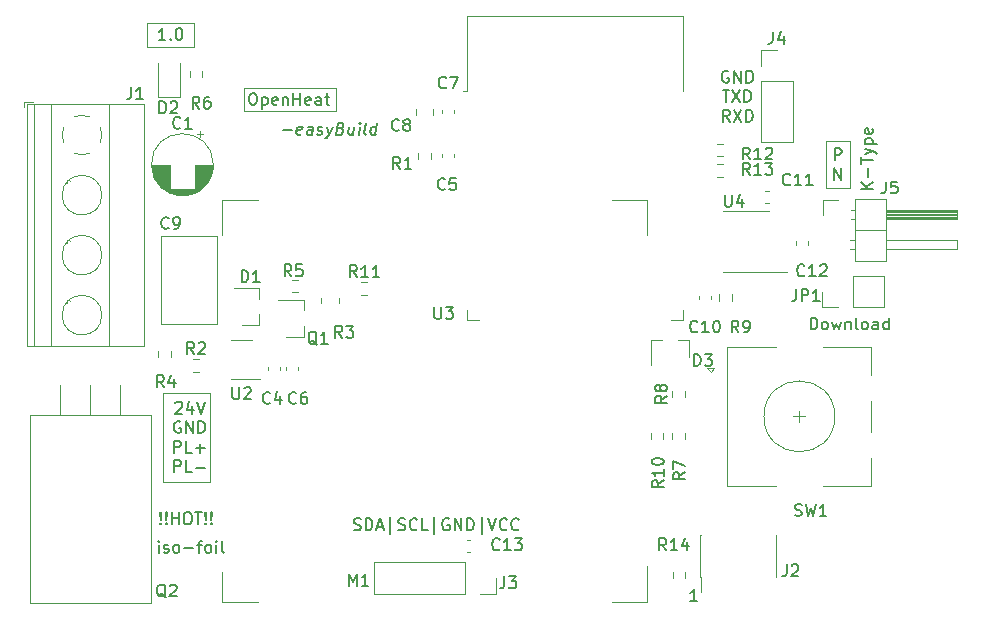
<source format=gbr>
%TF.GenerationSoftware,KiCad,Pcbnew,(5.1.10)-1*%
%TF.CreationDate,2021-10-19T15:37:20+02:00*%
%TF.ProjectId,OpenHeat,4f70656e-4865-4617-942e-6b696361645f,1.0*%
%TF.SameCoordinates,Original*%
%TF.FileFunction,Legend,Top*%
%TF.FilePolarity,Positive*%
%FSLAX46Y46*%
G04 Gerber Fmt 4.6, Leading zero omitted, Abs format (unit mm)*
G04 Created by KiCad (PCBNEW (5.1.10)-1) date 2021-10-19 15:37:20*
%MOMM*%
%LPD*%
G01*
G04 APERTURE LIST*
%ADD10C,0.150000*%
%ADD11C,0.120000*%
G04 APERTURE END LIST*
D10*
X111657142Y-142857142D02*
X111704761Y-142904761D01*
X111657142Y-142952380D01*
X111609523Y-142904761D01*
X111657142Y-142857142D01*
X111657142Y-142952380D01*
X111657142Y-142571428D02*
X111609523Y-142000000D01*
X111657142Y-141952380D01*
X111704761Y-142000000D01*
X111657142Y-142571428D01*
X111657142Y-141952380D01*
X112133333Y-142857142D02*
X112180952Y-142904761D01*
X112133333Y-142952380D01*
X112085714Y-142904761D01*
X112133333Y-142857142D01*
X112133333Y-142952380D01*
X112133333Y-142571428D02*
X112085714Y-142000000D01*
X112133333Y-141952380D01*
X112180952Y-142000000D01*
X112133333Y-142571428D01*
X112133333Y-141952380D01*
X112609523Y-142952380D02*
X112609523Y-141952380D01*
X112609523Y-142428571D02*
X113180952Y-142428571D01*
X113180952Y-142952380D02*
X113180952Y-141952380D01*
X113847619Y-141952380D02*
X114038095Y-141952380D01*
X114133333Y-142000000D01*
X114228571Y-142095238D01*
X114276190Y-142285714D01*
X114276190Y-142619047D01*
X114228571Y-142809523D01*
X114133333Y-142904761D01*
X114038095Y-142952380D01*
X113847619Y-142952380D01*
X113752380Y-142904761D01*
X113657142Y-142809523D01*
X113609523Y-142619047D01*
X113609523Y-142285714D01*
X113657142Y-142095238D01*
X113752380Y-142000000D01*
X113847619Y-141952380D01*
X114561904Y-141952380D02*
X115133333Y-141952380D01*
X114847619Y-142952380D02*
X114847619Y-141952380D01*
X115466666Y-142857142D02*
X115514285Y-142904761D01*
X115466666Y-142952380D01*
X115419047Y-142904761D01*
X115466666Y-142857142D01*
X115466666Y-142952380D01*
X115466666Y-142571428D02*
X115419047Y-142000000D01*
X115466666Y-141952380D01*
X115514285Y-142000000D01*
X115466666Y-142571428D01*
X115466666Y-141952380D01*
X115942857Y-142857142D02*
X115990476Y-142904761D01*
X115942857Y-142952380D01*
X115895238Y-142904761D01*
X115942857Y-142857142D01*
X115942857Y-142952380D01*
X115942857Y-142571428D02*
X115895238Y-142000000D01*
X115942857Y-141952380D01*
X115990476Y-142000000D01*
X115942857Y-142571428D01*
X115942857Y-141952380D01*
X111485714Y-145352380D02*
X111485714Y-144685714D01*
X111485714Y-144352380D02*
X111438095Y-144400000D01*
X111485714Y-144447619D01*
X111533333Y-144400000D01*
X111485714Y-144352380D01*
X111485714Y-144447619D01*
X111914285Y-145304761D02*
X112009523Y-145352380D01*
X112200000Y-145352380D01*
X112295238Y-145304761D01*
X112342857Y-145209523D01*
X112342857Y-145161904D01*
X112295238Y-145066666D01*
X112200000Y-145019047D01*
X112057142Y-145019047D01*
X111961904Y-144971428D01*
X111914285Y-144876190D01*
X111914285Y-144828571D01*
X111961904Y-144733333D01*
X112057142Y-144685714D01*
X112200000Y-144685714D01*
X112295238Y-144733333D01*
X112914285Y-145352380D02*
X112819047Y-145304761D01*
X112771428Y-145257142D01*
X112723809Y-145161904D01*
X112723809Y-144876190D01*
X112771428Y-144780952D01*
X112819047Y-144733333D01*
X112914285Y-144685714D01*
X113057142Y-144685714D01*
X113152380Y-144733333D01*
X113200000Y-144780952D01*
X113247619Y-144876190D01*
X113247619Y-145161904D01*
X113200000Y-145257142D01*
X113152380Y-145304761D01*
X113057142Y-145352380D01*
X112914285Y-145352380D01*
X113676190Y-144971428D02*
X114438095Y-144971428D01*
X114771428Y-144685714D02*
X115152380Y-144685714D01*
X114914285Y-145352380D02*
X114914285Y-144495238D01*
X114961904Y-144400000D01*
X115057142Y-144352380D01*
X115152380Y-144352380D01*
X115628571Y-145352380D02*
X115533333Y-145304761D01*
X115485714Y-145257142D01*
X115438095Y-145161904D01*
X115438095Y-144876190D01*
X115485714Y-144780952D01*
X115533333Y-144733333D01*
X115628571Y-144685714D01*
X115771428Y-144685714D01*
X115866666Y-144733333D01*
X115914285Y-144780952D01*
X115961904Y-144876190D01*
X115961904Y-145161904D01*
X115914285Y-145257142D01*
X115866666Y-145304761D01*
X115771428Y-145352380D01*
X115628571Y-145352380D01*
X116390476Y-145352380D02*
X116390476Y-144685714D01*
X116390476Y-144352380D02*
X116342857Y-144400000D01*
X116390476Y-144447619D01*
X116438095Y-144400000D01*
X116390476Y-144352380D01*
X116390476Y-144447619D01*
X117009523Y-145352380D02*
X116914285Y-145304761D01*
X116866666Y-145209523D01*
X116866666Y-144352380D01*
D11*
X110500000Y-102500000D02*
X110500000Y-100500000D01*
X114500000Y-102500000D02*
X110500000Y-102500000D01*
X114500000Y-100500000D02*
X114500000Y-102500000D01*
X110500000Y-100500000D02*
X114500000Y-100500000D01*
D10*
X112071428Y-101952380D02*
X111500000Y-101952380D01*
X111785714Y-101952380D02*
X111785714Y-100952380D01*
X111690476Y-101095238D01*
X111595238Y-101190476D01*
X111500000Y-101238095D01*
X112500000Y-101857142D02*
X112547619Y-101904761D01*
X112500000Y-101952380D01*
X112452380Y-101904761D01*
X112500000Y-101857142D01*
X112500000Y-101952380D01*
X113166666Y-100952380D02*
X113261904Y-100952380D01*
X113357142Y-101000000D01*
X113404761Y-101047619D01*
X113452380Y-101142857D01*
X113500000Y-101333333D01*
X113500000Y-101571428D01*
X113452380Y-101761904D01*
X113404761Y-101857142D01*
X113357142Y-101904761D01*
X113261904Y-101952380D01*
X113166666Y-101952380D01*
X113071428Y-101904761D01*
X113023809Y-101857142D01*
X112976190Y-101761904D01*
X112928571Y-101571428D01*
X112928571Y-101333333D01*
X112976190Y-101142857D01*
X113023809Y-101047619D01*
X113071428Y-101000000D01*
X113166666Y-100952380D01*
X121995252Y-109571428D02*
X122757157Y-109571428D01*
X123572633Y-109904761D02*
X123471443Y-109952380D01*
X123280967Y-109952380D01*
X123191681Y-109904761D01*
X123155967Y-109809523D01*
X123203586Y-109428571D01*
X123263110Y-109333333D01*
X123364300Y-109285714D01*
X123554776Y-109285714D01*
X123644062Y-109333333D01*
X123679776Y-109428571D01*
X123667872Y-109523809D01*
X123179776Y-109619047D01*
X124471443Y-109952380D02*
X124536919Y-109428571D01*
X124501205Y-109333333D01*
X124411919Y-109285714D01*
X124221443Y-109285714D01*
X124120252Y-109333333D01*
X124477395Y-109904761D02*
X124376205Y-109952380D01*
X124138110Y-109952380D01*
X124048824Y-109904761D01*
X124013110Y-109809523D01*
X124025014Y-109714285D01*
X124084538Y-109619047D01*
X124185729Y-109571428D01*
X124423824Y-109571428D01*
X124525014Y-109523809D01*
X124905967Y-109904761D02*
X124995252Y-109952380D01*
X125185729Y-109952380D01*
X125286919Y-109904761D01*
X125346443Y-109809523D01*
X125352395Y-109761904D01*
X125316681Y-109666666D01*
X125227395Y-109619047D01*
X125084538Y-109619047D01*
X124995252Y-109571428D01*
X124959538Y-109476190D01*
X124965491Y-109428571D01*
X125025014Y-109333333D01*
X125126205Y-109285714D01*
X125269062Y-109285714D01*
X125358348Y-109333333D01*
X125745252Y-109285714D02*
X125900014Y-109952380D01*
X126221443Y-109285714D02*
X125900014Y-109952380D01*
X125775014Y-110190476D01*
X125721443Y-110238095D01*
X125620252Y-110285714D01*
X126917872Y-109428571D02*
X127054776Y-109476190D01*
X127096443Y-109523809D01*
X127132157Y-109619047D01*
X127114300Y-109761904D01*
X127054776Y-109857142D01*
X127001205Y-109904761D01*
X126900014Y-109952380D01*
X126519062Y-109952380D01*
X126644062Y-108952380D01*
X126977395Y-108952380D01*
X127066681Y-109000000D01*
X127108348Y-109047619D01*
X127144062Y-109142857D01*
X127132157Y-109238095D01*
X127072633Y-109333333D01*
X127019062Y-109380952D01*
X126917872Y-109428571D01*
X126584538Y-109428571D01*
X128030967Y-109285714D02*
X127947633Y-109952380D01*
X127602395Y-109285714D02*
X127536919Y-109809523D01*
X127572633Y-109904761D01*
X127661919Y-109952380D01*
X127804776Y-109952380D01*
X127905967Y-109904761D01*
X127959538Y-109857142D01*
X128423824Y-109952380D02*
X128507157Y-109285714D01*
X128548824Y-108952380D02*
X128495252Y-109000000D01*
X128536919Y-109047619D01*
X128590491Y-109000000D01*
X128548824Y-108952380D01*
X128536919Y-109047619D01*
X129042872Y-109952380D02*
X128953586Y-109904761D01*
X128917872Y-109809523D01*
X129025014Y-108952380D01*
X129852395Y-109952380D02*
X129977395Y-108952380D01*
X129858348Y-109904761D02*
X129757157Y-109952380D01*
X129566681Y-109952380D01*
X129477395Y-109904761D01*
X129435729Y-109857142D01*
X129400014Y-109761904D01*
X129435729Y-109476190D01*
X129495252Y-109380952D01*
X129548824Y-109333333D01*
X129650014Y-109285714D01*
X129840491Y-109285714D01*
X129929776Y-109333333D01*
X166690476Y-126452380D02*
X166690476Y-125452380D01*
X166928571Y-125452380D01*
X167071428Y-125500000D01*
X167166666Y-125595238D01*
X167214285Y-125690476D01*
X167261904Y-125880952D01*
X167261904Y-126023809D01*
X167214285Y-126214285D01*
X167166666Y-126309523D01*
X167071428Y-126404761D01*
X166928571Y-126452380D01*
X166690476Y-126452380D01*
X167833333Y-126452380D02*
X167738095Y-126404761D01*
X167690476Y-126357142D01*
X167642857Y-126261904D01*
X167642857Y-125976190D01*
X167690476Y-125880952D01*
X167738095Y-125833333D01*
X167833333Y-125785714D01*
X167976190Y-125785714D01*
X168071428Y-125833333D01*
X168119047Y-125880952D01*
X168166666Y-125976190D01*
X168166666Y-126261904D01*
X168119047Y-126357142D01*
X168071428Y-126404761D01*
X167976190Y-126452380D01*
X167833333Y-126452380D01*
X168500000Y-125785714D02*
X168690476Y-126452380D01*
X168880952Y-125976190D01*
X169071428Y-126452380D01*
X169261904Y-125785714D01*
X169642857Y-125785714D02*
X169642857Y-126452380D01*
X169642857Y-125880952D02*
X169690476Y-125833333D01*
X169785714Y-125785714D01*
X169928571Y-125785714D01*
X170023809Y-125833333D01*
X170071428Y-125928571D01*
X170071428Y-126452380D01*
X170690476Y-126452380D02*
X170595238Y-126404761D01*
X170547619Y-126309523D01*
X170547619Y-125452380D01*
X171214285Y-126452380D02*
X171119047Y-126404761D01*
X171071428Y-126357142D01*
X171023809Y-126261904D01*
X171023809Y-125976190D01*
X171071428Y-125880952D01*
X171119047Y-125833333D01*
X171214285Y-125785714D01*
X171357142Y-125785714D01*
X171452380Y-125833333D01*
X171500000Y-125880952D01*
X171547619Y-125976190D01*
X171547619Y-126261904D01*
X171500000Y-126357142D01*
X171452380Y-126404761D01*
X171357142Y-126452380D01*
X171214285Y-126452380D01*
X172404761Y-126452380D02*
X172404761Y-125928571D01*
X172357142Y-125833333D01*
X172261904Y-125785714D01*
X172071428Y-125785714D01*
X171976190Y-125833333D01*
X172404761Y-126404761D02*
X172309523Y-126452380D01*
X172071428Y-126452380D01*
X171976190Y-126404761D01*
X171928571Y-126309523D01*
X171928571Y-126214285D01*
X171976190Y-126119047D01*
X172071428Y-126071428D01*
X172309523Y-126071428D01*
X172404761Y-126023809D01*
X173309523Y-126452380D02*
X173309523Y-125452380D01*
X173309523Y-126404761D02*
X173214285Y-126452380D01*
X173023809Y-126452380D01*
X172928571Y-126404761D01*
X172880952Y-126357142D01*
X172833333Y-126261904D01*
X172833333Y-125976190D01*
X172880952Y-125880952D01*
X172928571Y-125833333D01*
X173023809Y-125785714D01*
X173214285Y-125785714D01*
X173309523Y-125833333D01*
X171952380Y-114523809D02*
X170952380Y-114523809D01*
X171952380Y-113952380D02*
X171380952Y-114380952D01*
X170952380Y-113952380D02*
X171523809Y-114523809D01*
X171571428Y-113523809D02*
X171571428Y-112761904D01*
X170952380Y-112428571D02*
X170952380Y-111857142D01*
X171952380Y-112142857D02*
X170952380Y-112142857D01*
X171285714Y-111619047D02*
X171952380Y-111380952D01*
X171285714Y-111142857D02*
X171952380Y-111380952D01*
X172190476Y-111476190D01*
X172238095Y-111523809D01*
X172285714Y-111619047D01*
X171285714Y-110761904D02*
X172285714Y-110761904D01*
X171333333Y-110761904D02*
X171285714Y-110666666D01*
X171285714Y-110476190D01*
X171333333Y-110380952D01*
X171380952Y-110333333D01*
X171476190Y-110285714D01*
X171761904Y-110285714D01*
X171857142Y-110333333D01*
X171904761Y-110380952D01*
X171952380Y-110476190D01*
X171952380Y-110666666D01*
X171904761Y-110761904D01*
X171904761Y-109476190D02*
X171952380Y-109571428D01*
X171952380Y-109761904D01*
X171904761Y-109857142D01*
X171809523Y-109904761D01*
X171428571Y-109904761D01*
X171333333Y-109857142D01*
X171285714Y-109761904D01*
X171285714Y-109571428D01*
X171333333Y-109476190D01*
X171428571Y-109428571D01*
X171523809Y-109428571D01*
X171619047Y-109904761D01*
D11*
X168000000Y-114500000D02*
X168000000Y-110500000D01*
X170000000Y-114500000D02*
X168000000Y-114500000D01*
X170000000Y-110500000D02*
X170000000Y-114500000D01*
X168000000Y-110500000D02*
X170000000Y-110500000D01*
X118750000Y-108000000D02*
X118750000Y-106000000D01*
X126500000Y-108000000D02*
X118750000Y-108000000D01*
X126500000Y-106000000D02*
X126500000Y-108000000D01*
X118750000Y-106000000D02*
X126500000Y-106000000D01*
D10*
X119380952Y-106452380D02*
X119571428Y-106452380D01*
X119666666Y-106500000D01*
X119761904Y-106595238D01*
X119809523Y-106785714D01*
X119809523Y-107119047D01*
X119761904Y-107309523D01*
X119666666Y-107404761D01*
X119571428Y-107452380D01*
X119380952Y-107452380D01*
X119285714Y-107404761D01*
X119190476Y-107309523D01*
X119142857Y-107119047D01*
X119142857Y-106785714D01*
X119190476Y-106595238D01*
X119285714Y-106500000D01*
X119380952Y-106452380D01*
X120238095Y-106785714D02*
X120238095Y-107785714D01*
X120238095Y-106833333D02*
X120333333Y-106785714D01*
X120523809Y-106785714D01*
X120619047Y-106833333D01*
X120666666Y-106880952D01*
X120714285Y-106976190D01*
X120714285Y-107261904D01*
X120666666Y-107357142D01*
X120619047Y-107404761D01*
X120523809Y-107452380D01*
X120333333Y-107452380D01*
X120238095Y-107404761D01*
X121523809Y-107404761D02*
X121428571Y-107452380D01*
X121238095Y-107452380D01*
X121142857Y-107404761D01*
X121095238Y-107309523D01*
X121095238Y-106928571D01*
X121142857Y-106833333D01*
X121238095Y-106785714D01*
X121428571Y-106785714D01*
X121523809Y-106833333D01*
X121571428Y-106928571D01*
X121571428Y-107023809D01*
X121095238Y-107119047D01*
X122000000Y-106785714D02*
X122000000Y-107452380D01*
X122000000Y-106880952D02*
X122047619Y-106833333D01*
X122142857Y-106785714D01*
X122285714Y-106785714D01*
X122380952Y-106833333D01*
X122428571Y-106928571D01*
X122428571Y-107452380D01*
X122904761Y-107452380D02*
X122904761Y-106452380D01*
X122904761Y-106928571D02*
X123476190Y-106928571D01*
X123476190Y-107452380D02*
X123476190Y-106452380D01*
X124333333Y-107404761D02*
X124238095Y-107452380D01*
X124047619Y-107452380D01*
X123952380Y-107404761D01*
X123904761Y-107309523D01*
X123904761Y-106928571D01*
X123952380Y-106833333D01*
X124047619Y-106785714D01*
X124238095Y-106785714D01*
X124333333Y-106833333D01*
X124380952Y-106928571D01*
X124380952Y-107023809D01*
X123904761Y-107119047D01*
X125238095Y-107452380D02*
X125238095Y-106928571D01*
X125190476Y-106833333D01*
X125095238Y-106785714D01*
X124904761Y-106785714D01*
X124809523Y-106833333D01*
X125238095Y-107404761D02*
X125142857Y-107452380D01*
X124904761Y-107452380D01*
X124809523Y-107404761D01*
X124761904Y-107309523D01*
X124761904Y-107214285D01*
X124809523Y-107119047D01*
X124904761Y-107071428D01*
X125142857Y-107071428D01*
X125238095Y-107023809D01*
X125571428Y-106785714D02*
X125952380Y-106785714D01*
X125714285Y-106452380D02*
X125714285Y-107309523D01*
X125761904Y-107404761D01*
X125857142Y-107452380D01*
X125952380Y-107452380D01*
D11*
X111850000Y-131850000D02*
X112100000Y-131850000D01*
X111850000Y-139350000D02*
X111850000Y-131850000D01*
X115850000Y-139350000D02*
X111850000Y-139350000D01*
X115850000Y-131850000D02*
X115850000Y-139350000D01*
X112100000Y-131850000D02*
X115850000Y-131850000D01*
D10*
X112909523Y-132672619D02*
X112957142Y-132625000D01*
X113052380Y-132577380D01*
X113290476Y-132577380D01*
X113385714Y-132625000D01*
X113433333Y-132672619D01*
X113480952Y-132767857D01*
X113480952Y-132863095D01*
X113433333Y-133005952D01*
X112861904Y-133577380D01*
X113480952Y-133577380D01*
X114338095Y-132910714D02*
X114338095Y-133577380D01*
X114100000Y-132529761D02*
X113861904Y-133244047D01*
X114480952Y-133244047D01*
X114719047Y-132577380D02*
X115052380Y-133577380D01*
X115385714Y-132577380D01*
X113338095Y-134275000D02*
X113242857Y-134227380D01*
X113100000Y-134227380D01*
X112957142Y-134275000D01*
X112861904Y-134370238D01*
X112814285Y-134465476D01*
X112766666Y-134655952D01*
X112766666Y-134798809D01*
X112814285Y-134989285D01*
X112861904Y-135084523D01*
X112957142Y-135179761D01*
X113100000Y-135227380D01*
X113195238Y-135227380D01*
X113338095Y-135179761D01*
X113385714Y-135132142D01*
X113385714Y-134798809D01*
X113195238Y-134798809D01*
X113814285Y-135227380D02*
X113814285Y-134227380D01*
X114385714Y-135227380D01*
X114385714Y-134227380D01*
X114861904Y-135227380D02*
X114861904Y-134227380D01*
X115100000Y-134227380D01*
X115242857Y-134275000D01*
X115338095Y-134370238D01*
X115385714Y-134465476D01*
X115433333Y-134655952D01*
X115433333Y-134798809D01*
X115385714Y-134989285D01*
X115338095Y-135084523D01*
X115242857Y-135179761D01*
X115100000Y-135227380D01*
X114861904Y-135227380D01*
X112814285Y-136877380D02*
X112814285Y-135877380D01*
X113195238Y-135877380D01*
X113290476Y-135925000D01*
X113338095Y-135972619D01*
X113385714Y-136067857D01*
X113385714Y-136210714D01*
X113338095Y-136305952D01*
X113290476Y-136353571D01*
X113195238Y-136401190D01*
X112814285Y-136401190D01*
X114290476Y-136877380D02*
X113814285Y-136877380D01*
X113814285Y-135877380D01*
X114623809Y-136496428D02*
X115385714Y-136496428D01*
X115004761Y-136877380D02*
X115004761Y-136115476D01*
X112814285Y-138527380D02*
X112814285Y-137527380D01*
X113195238Y-137527380D01*
X113290476Y-137575000D01*
X113338095Y-137622619D01*
X113385714Y-137717857D01*
X113385714Y-137860714D01*
X113338095Y-137955952D01*
X113290476Y-138003571D01*
X113195238Y-138051190D01*
X112814285Y-138051190D01*
X114290476Y-138527380D02*
X113814285Y-138527380D01*
X113814285Y-137527380D01*
X114623809Y-138146428D02*
X115385714Y-138146428D01*
X128023809Y-143404761D02*
X128166666Y-143452380D01*
X128404761Y-143452380D01*
X128500000Y-143404761D01*
X128547619Y-143357142D01*
X128595238Y-143261904D01*
X128595238Y-143166666D01*
X128547619Y-143071428D01*
X128500000Y-143023809D01*
X128404761Y-142976190D01*
X128214285Y-142928571D01*
X128119047Y-142880952D01*
X128071428Y-142833333D01*
X128023809Y-142738095D01*
X128023809Y-142642857D01*
X128071428Y-142547619D01*
X128119047Y-142500000D01*
X128214285Y-142452380D01*
X128452380Y-142452380D01*
X128595238Y-142500000D01*
X129023809Y-143452380D02*
X129023809Y-142452380D01*
X129261904Y-142452380D01*
X129404761Y-142500000D01*
X129500000Y-142595238D01*
X129547619Y-142690476D01*
X129595238Y-142880952D01*
X129595238Y-143023809D01*
X129547619Y-143214285D01*
X129500000Y-143309523D01*
X129404761Y-143404761D01*
X129261904Y-143452380D01*
X129023809Y-143452380D01*
X129976190Y-143166666D02*
X130452380Y-143166666D01*
X129880952Y-143452380D02*
X130214285Y-142452380D01*
X130547619Y-143452380D01*
X131119047Y-143785714D02*
X131119047Y-142357142D01*
X131785714Y-143404761D02*
X131928571Y-143452380D01*
X132166666Y-143452380D01*
X132261904Y-143404761D01*
X132309523Y-143357142D01*
X132357142Y-143261904D01*
X132357142Y-143166666D01*
X132309523Y-143071428D01*
X132261904Y-143023809D01*
X132166666Y-142976190D01*
X131976190Y-142928571D01*
X131880952Y-142880952D01*
X131833333Y-142833333D01*
X131785714Y-142738095D01*
X131785714Y-142642857D01*
X131833333Y-142547619D01*
X131880952Y-142500000D01*
X131976190Y-142452380D01*
X132214285Y-142452380D01*
X132357142Y-142500000D01*
X133357142Y-143357142D02*
X133309523Y-143404761D01*
X133166666Y-143452380D01*
X133071428Y-143452380D01*
X132928571Y-143404761D01*
X132833333Y-143309523D01*
X132785714Y-143214285D01*
X132738095Y-143023809D01*
X132738095Y-142880952D01*
X132785714Y-142690476D01*
X132833333Y-142595238D01*
X132928571Y-142500000D01*
X133071428Y-142452380D01*
X133166666Y-142452380D01*
X133309523Y-142500000D01*
X133357142Y-142547619D01*
X134261904Y-143452380D02*
X133785714Y-143452380D01*
X133785714Y-142452380D01*
X134833333Y-143785714D02*
X134833333Y-142357142D01*
X136071428Y-142500000D02*
X135976190Y-142452380D01*
X135833333Y-142452380D01*
X135690476Y-142500000D01*
X135595238Y-142595238D01*
X135547619Y-142690476D01*
X135500000Y-142880952D01*
X135500000Y-143023809D01*
X135547619Y-143214285D01*
X135595238Y-143309523D01*
X135690476Y-143404761D01*
X135833333Y-143452380D01*
X135928571Y-143452380D01*
X136071428Y-143404761D01*
X136119047Y-143357142D01*
X136119047Y-143023809D01*
X135928571Y-143023809D01*
X136547619Y-143452380D02*
X136547619Y-142452380D01*
X137119047Y-143452380D01*
X137119047Y-142452380D01*
X137595238Y-143452380D02*
X137595238Y-142452380D01*
X137833333Y-142452380D01*
X137976190Y-142500000D01*
X138071428Y-142595238D01*
X138119047Y-142690476D01*
X138166666Y-142880952D01*
X138166666Y-143023809D01*
X138119047Y-143214285D01*
X138071428Y-143309523D01*
X137976190Y-143404761D01*
X137833333Y-143452380D01*
X137595238Y-143452380D01*
X138833333Y-143785714D02*
X138833333Y-142357142D01*
X139404761Y-142452380D02*
X139738095Y-143452380D01*
X140071428Y-142452380D01*
X140976190Y-143357142D02*
X140928571Y-143404761D01*
X140785714Y-143452380D01*
X140690476Y-143452380D01*
X140547619Y-143404761D01*
X140452380Y-143309523D01*
X140404761Y-143214285D01*
X140357142Y-143023809D01*
X140357142Y-142880952D01*
X140404761Y-142690476D01*
X140452380Y-142595238D01*
X140547619Y-142500000D01*
X140690476Y-142452380D01*
X140785714Y-142452380D01*
X140928571Y-142500000D01*
X140976190Y-142547619D01*
X141976190Y-143357142D02*
X141928571Y-143404761D01*
X141785714Y-143452380D01*
X141690476Y-143452380D01*
X141547619Y-143404761D01*
X141452380Y-143309523D01*
X141404761Y-143214285D01*
X141357142Y-143023809D01*
X141357142Y-142880952D01*
X141404761Y-142690476D01*
X141452380Y-142595238D01*
X141547619Y-142500000D01*
X141690476Y-142452380D01*
X141785714Y-142452380D01*
X141928571Y-142500000D01*
X141976190Y-142547619D01*
X157085714Y-149452380D02*
X156514285Y-149452380D01*
X156800000Y-149452380D02*
X156800000Y-148452380D01*
X156704761Y-148595238D01*
X156609523Y-148690476D01*
X156514285Y-148738095D01*
X168738095Y-112127380D02*
X168738095Y-111127380D01*
X169119047Y-111127380D01*
X169214285Y-111175000D01*
X169261904Y-111222619D01*
X169309523Y-111317857D01*
X169309523Y-111460714D01*
X169261904Y-111555952D01*
X169214285Y-111603571D01*
X169119047Y-111651190D01*
X168738095Y-111651190D01*
X168714285Y-113777380D02*
X168714285Y-112777380D01*
X169285714Y-113777380D01*
X169285714Y-112777380D01*
X159738095Y-104600000D02*
X159642857Y-104552380D01*
X159500000Y-104552380D01*
X159357142Y-104600000D01*
X159261904Y-104695238D01*
X159214285Y-104790476D01*
X159166666Y-104980952D01*
X159166666Y-105123809D01*
X159214285Y-105314285D01*
X159261904Y-105409523D01*
X159357142Y-105504761D01*
X159500000Y-105552380D01*
X159595238Y-105552380D01*
X159738095Y-105504761D01*
X159785714Y-105457142D01*
X159785714Y-105123809D01*
X159595238Y-105123809D01*
X160214285Y-105552380D02*
X160214285Y-104552380D01*
X160785714Y-105552380D01*
X160785714Y-104552380D01*
X161261904Y-105552380D02*
X161261904Y-104552380D01*
X161500000Y-104552380D01*
X161642857Y-104600000D01*
X161738095Y-104695238D01*
X161785714Y-104790476D01*
X161833333Y-104980952D01*
X161833333Y-105123809D01*
X161785714Y-105314285D01*
X161738095Y-105409523D01*
X161642857Y-105504761D01*
X161500000Y-105552380D01*
X161261904Y-105552380D01*
X159238095Y-106202380D02*
X159809523Y-106202380D01*
X159523809Y-107202380D02*
X159523809Y-106202380D01*
X160047619Y-106202380D02*
X160714285Y-107202380D01*
X160714285Y-106202380D02*
X160047619Y-107202380D01*
X161095238Y-107202380D02*
X161095238Y-106202380D01*
X161333333Y-106202380D01*
X161476190Y-106250000D01*
X161571428Y-106345238D01*
X161619047Y-106440476D01*
X161666666Y-106630952D01*
X161666666Y-106773809D01*
X161619047Y-106964285D01*
X161571428Y-107059523D01*
X161476190Y-107154761D01*
X161333333Y-107202380D01*
X161095238Y-107202380D01*
X159833333Y-108852380D02*
X159500000Y-108376190D01*
X159261904Y-108852380D02*
X159261904Y-107852380D01*
X159642857Y-107852380D01*
X159738095Y-107900000D01*
X159785714Y-107947619D01*
X159833333Y-108042857D01*
X159833333Y-108185714D01*
X159785714Y-108280952D01*
X159738095Y-108328571D01*
X159642857Y-108376190D01*
X159261904Y-108376190D01*
X160166666Y-107852380D02*
X160833333Y-108852380D01*
X160833333Y-107852380D02*
X160166666Y-108852380D01*
X161214285Y-108852380D02*
X161214285Y-107852380D01*
X161452380Y-107852380D01*
X161595238Y-107900000D01*
X161690476Y-107995238D01*
X161738095Y-108090476D01*
X161785714Y-108280952D01*
X161785714Y-108423809D01*
X161738095Y-108614285D01*
X161690476Y-108709523D01*
X161595238Y-108804761D01*
X161452380Y-108852380D01*
X161214285Y-108852380D01*
D11*
%TO.C,Q2*%
X103170000Y-133690000D02*
X103170000Y-131150000D01*
X105710000Y-133690000D02*
X105710000Y-131150000D01*
X108250000Y-133690000D02*
X108250000Y-131150000D01*
X100590000Y-149580000D02*
X100590000Y-133690000D01*
X110830000Y-149580000D02*
X110830000Y-133690000D01*
X110830000Y-149580000D02*
X100590000Y-149580000D01*
X110830000Y-133690000D02*
X100590000Y-133690000D01*
%TO.C,M1*%
X152874000Y-115500000D02*
X152874000Y-118500000D01*
X152874000Y-115500000D02*
X149874000Y-115500000D01*
X116874000Y-115500000D02*
X119874000Y-115500000D01*
X116874000Y-115500000D02*
X116874000Y-118500000D01*
X116874000Y-149500000D02*
X116874000Y-147000000D01*
X116874000Y-149500000D02*
X119874000Y-149500000D01*
X152874000Y-149500000D02*
X152874000Y-146500000D01*
X149874000Y-149500000D02*
X152874000Y-149500000D01*
%TO.C,U4*%
X161250000Y-116440000D02*
X159300000Y-116440000D01*
X161250000Y-116440000D02*
X163200000Y-116440000D01*
X161250000Y-121560000D02*
X159300000Y-121560000D01*
X161250000Y-121560000D02*
X164700000Y-121560000D01*
%TO.C,U3*%
X137630000Y-124850000D02*
X137630000Y-125630000D01*
X137630000Y-125630000D02*
X138630000Y-125630000D01*
X155870000Y-124850000D02*
X155870000Y-125630000D01*
X155870000Y-125630000D02*
X154870000Y-125630000D01*
X137630000Y-99885000D02*
X155870000Y-99885000D01*
X155870000Y-99885000D02*
X155870000Y-106305000D01*
X137630000Y-99885000D02*
X137630000Y-106305000D01*
X137630000Y-106305000D02*
X137250000Y-106305000D01*
%TO.C,U2*%
X119400000Y-127390000D02*
X117600000Y-127390000D01*
X117600000Y-130610000D02*
X120050000Y-130610000D01*
%TO.C,SW1*%
X165242000Y-133818000D02*
X166242000Y-133818000D01*
X165742000Y-133318000D02*
X165742000Y-134318000D01*
X171842000Y-137318000D02*
X171842000Y-139718000D01*
X171842000Y-132518000D02*
X171842000Y-135118000D01*
X171842000Y-127918000D02*
X171842000Y-130318000D01*
X158542000Y-129718000D02*
X158242000Y-130018000D01*
X157942000Y-129718000D02*
X158542000Y-129718000D01*
X158242000Y-130018000D02*
X157942000Y-129718000D01*
X159642000Y-127918000D02*
X159642000Y-139718000D01*
X163742000Y-127918000D02*
X159642000Y-127918000D01*
X163742000Y-139718000D02*
X159642000Y-139718000D01*
X171842000Y-139718000D02*
X167742000Y-139718000D01*
X167742000Y-127918000D02*
X171842000Y-127918000D01*
X168742000Y-133818000D02*
G75*
G03*
X168742000Y-133818000I-3000000J0D01*
G01*
%TO.C,R14*%
X156090500Y-146956776D02*
X156090500Y-147466224D01*
X155045500Y-146956776D02*
X155045500Y-147466224D01*
%TO.C,R13*%
X159254724Y-113522500D02*
X158745276Y-113522500D01*
X159254724Y-112477500D02*
X158745276Y-112477500D01*
%TO.C,R12*%
X159254724Y-111772500D02*
X158745276Y-111772500D01*
X159254724Y-110727500D02*
X158745276Y-110727500D01*
%TO.C,R11*%
X128657776Y-122477500D02*
X129167224Y-122477500D01*
X128657776Y-123522500D02*
X129167224Y-123522500D01*
%TO.C,R10*%
X154222500Y-135245276D02*
X154222500Y-135754724D01*
X153177500Y-135245276D02*
X153177500Y-135754724D01*
%TO.C,R9*%
X160022500Y-123495276D02*
X160022500Y-124004724D01*
X158977500Y-123495276D02*
X158977500Y-124004724D01*
%TO.C,R8*%
X154977500Y-132167224D02*
X154977500Y-131657776D01*
X156022500Y-132167224D02*
X156022500Y-131657776D01*
%TO.C,R7*%
X156022500Y-135245276D02*
X156022500Y-135754724D01*
X154977500Y-135245276D02*
X154977500Y-135754724D01*
%TO.C,R6*%
X114127500Y-105053224D02*
X114127500Y-104543776D01*
X115172500Y-105053224D02*
X115172500Y-104543776D01*
%TO.C,R5*%
X123254724Y-123272500D02*
X122745276Y-123272500D01*
X123254724Y-122227500D02*
X122745276Y-122227500D01*
%TO.C,R4*%
X111477500Y-128754724D02*
X111477500Y-128245276D01*
X112522500Y-128754724D02*
X112522500Y-128245276D01*
%TO.C,R3*%
X126735000Y-123772936D02*
X126735000Y-124227064D01*
X125265000Y-123772936D02*
X125265000Y-124227064D01*
%TO.C,R2*%
X114407776Y-128977500D02*
X114917224Y-128977500D01*
X114407776Y-130022500D02*
X114917224Y-130022500D01*
%TO.C,R1*%
X133477500Y-112004724D02*
X133477500Y-111495276D01*
X134522500Y-112004724D02*
X134522500Y-111495276D01*
%TO.C,Q1*%
X123760000Y-127080000D02*
X123760000Y-126150000D01*
X123760000Y-123920000D02*
X123760000Y-124850000D01*
X123760000Y-123920000D02*
X121600000Y-123920000D01*
X123760000Y-127080000D02*
X122300000Y-127080000D01*
%TO.C,JP1*%
X172870000Y-124580000D02*
X172870000Y-121920000D01*
X170270000Y-124580000D02*
X172870000Y-124580000D01*
X170270000Y-121920000D02*
X172870000Y-121920000D01*
X170270000Y-124580000D02*
X170270000Y-121920000D01*
X169000000Y-124580000D02*
X167670000Y-124580000D01*
X167670000Y-124580000D02*
X167670000Y-123250000D01*
%TO.C,J5*%
X170440000Y-115420000D02*
X170440000Y-120620000D01*
X170440000Y-120620000D02*
X173100000Y-120620000D01*
X173100000Y-120620000D02*
X173100000Y-115420000D01*
X173100000Y-115420000D02*
X170440000Y-115420000D01*
X173100000Y-116370000D02*
X179100000Y-116370000D01*
X179100000Y-116370000D02*
X179100000Y-117130000D01*
X179100000Y-117130000D02*
X173100000Y-117130000D01*
X173100000Y-116430000D02*
X179100000Y-116430000D01*
X173100000Y-116550000D02*
X179100000Y-116550000D01*
X173100000Y-116670000D02*
X179100000Y-116670000D01*
X173100000Y-116790000D02*
X179100000Y-116790000D01*
X173100000Y-116910000D02*
X179100000Y-116910000D01*
X173100000Y-117030000D02*
X179100000Y-117030000D01*
X170110000Y-116370000D02*
X170440000Y-116370000D01*
X170110000Y-117130000D02*
X170440000Y-117130000D01*
X170440000Y-118020000D02*
X173100000Y-118020000D01*
X173100000Y-118910000D02*
X179100000Y-118910000D01*
X179100000Y-118910000D02*
X179100000Y-119670000D01*
X179100000Y-119670000D02*
X173100000Y-119670000D01*
X170042929Y-118910000D02*
X170440000Y-118910000D01*
X170042929Y-119670000D02*
X170440000Y-119670000D01*
X167730000Y-116750000D02*
X167730000Y-115480000D01*
X167730000Y-115480000D02*
X169000000Y-115480000D01*
%TO.C,J4*%
X162500000Y-110550000D02*
X165160000Y-110550000D01*
X162500000Y-105410000D02*
X162500000Y-110550000D01*
X165160000Y-105410000D02*
X165160000Y-110550000D01*
X162500000Y-105410000D02*
X165160000Y-105410000D01*
X162500000Y-104140000D02*
X162500000Y-102810000D01*
X162500000Y-102810000D02*
X163830000Y-102810000D01*
%TO.C,J3*%
X137414000Y-146170000D02*
X137414000Y-148830000D01*
X137414000Y-146170000D02*
X129734000Y-146170000D01*
X129734000Y-146170000D02*
X129734000Y-148830000D01*
X137414000Y-148830000D02*
X129734000Y-148830000D01*
X140014000Y-148830000D02*
X138684000Y-148830000D01*
X140014000Y-147500000D02*
X140014000Y-148830000D01*
%TO.C,J2*%
X157333000Y-147389000D02*
X157333000Y-143859000D01*
X163803000Y-147389000D02*
X163803000Y-143859000D01*
X157398000Y-148714000D02*
X157398000Y-147389000D01*
X157333000Y-147389000D02*
X157398000Y-147389000D01*
X157333000Y-143859000D02*
X157398000Y-143859000D01*
X163738000Y-147389000D02*
X163803000Y-147389000D01*
X163738000Y-143859000D02*
X163803000Y-143859000D01*
%TO.C,J1*%
X106680000Y-115080000D02*
G75*
G03*
X106680000Y-115080000I-1680000J0D01*
G01*
X106680000Y-120160000D02*
G75*
G03*
X106680000Y-120160000I-1680000J0D01*
G01*
X106680000Y-125240000D02*
G75*
G03*
X106680000Y-125240000I-1680000J0D01*
G01*
X100900000Y-107400000D02*
X100900000Y-127840000D01*
X102400000Y-107400000D02*
X102400000Y-127840000D01*
X107301000Y-107400000D02*
X107301000Y-127840000D01*
X110261000Y-107400000D02*
X110261000Y-127840000D01*
X100340000Y-107400000D02*
X100340000Y-127840000D01*
X110261000Y-107400000D02*
X100340000Y-107400000D01*
X110261000Y-127840000D02*
X100340000Y-127840000D01*
X106069000Y-116355000D02*
X106023000Y-116308000D01*
X103761000Y-114046000D02*
X103726000Y-114011000D01*
X106275000Y-116150000D02*
X106239000Y-116115000D01*
X103977000Y-113853000D02*
X103931000Y-113806000D01*
X106069000Y-121435000D02*
X106023000Y-121388000D01*
X103761000Y-119126000D02*
X103726000Y-119091000D01*
X106275000Y-121230000D02*
X106239000Y-121195000D01*
X103977000Y-118933000D02*
X103931000Y-118886000D01*
X106069000Y-126515000D02*
X106023000Y-126468000D01*
X103761000Y-124206000D02*
X103726000Y-124171000D01*
X106275000Y-126310000D02*
X106239000Y-126275000D01*
X103977000Y-124013000D02*
X103931000Y-123966000D01*
X100840000Y-107160000D02*
X100100000Y-107160000D01*
X100100000Y-107160000D02*
X100100000Y-107660000D01*
X103319747Y-110028805D02*
G75*
G02*
X103465000Y-109316000I1680253J28805D01*
G01*
X104316958Y-108464574D02*
G75*
G02*
X105684000Y-108465000I683042J-1535426D01*
G01*
X106535426Y-109316958D02*
G75*
G02*
X106535000Y-110684000I-1535426J-683042D01*
G01*
X105683042Y-111535426D02*
G75*
G02*
X104316000Y-111535000I-683042J1535426D01*
G01*
X103465244Y-110683318D02*
G75*
G02*
X103320000Y-110000000I1534756J683318D01*
G01*
%TO.C,D3*%
X156380000Y-127340000D02*
X155450000Y-127340000D01*
X153220000Y-127340000D02*
X154150000Y-127340000D01*
X153220000Y-127340000D02*
X153220000Y-129500000D01*
X156380000Y-127340000D02*
X156380000Y-128800000D01*
%TO.C,D2*%
X111404000Y-103902000D02*
X111404000Y-106762000D01*
X111404000Y-106762000D02*
X113324000Y-106762000D01*
X113324000Y-106762000D02*
X113324000Y-103902000D01*
%TO.C,D1*%
X120010000Y-126080000D02*
X120010000Y-125150000D01*
X120010000Y-122920000D02*
X120010000Y-123850000D01*
X120010000Y-122920000D02*
X117850000Y-122920000D01*
X120010000Y-126080000D02*
X118550000Y-126080000D01*
%TO.C,C13*%
X137603733Y-144240000D02*
X137896267Y-144240000D01*
X137603733Y-145260000D02*
X137896267Y-145260000D01*
%TO.C,C12*%
X165490000Y-119283767D02*
X165490000Y-118991233D01*
X166510000Y-119283767D02*
X166510000Y-118991233D01*
%TO.C,C11*%
X163146267Y-115760000D02*
X162853733Y-115760000D01*
X163146267Y-114740000D02*
X162853733Y-114740000D01*
%TO.C,C10*%
X158260000Y-123603733D02*
X158260000Y-123896267D01*
X157240000Y-123603733D02*
X157240000Y-123896267D01*
%TO.C,C9*%
X111676000Y-125970000D02*
X111676000Y-118530000D01*
X116416000Y-125970000D02*
X116416000Y-118530000D01*
X111676000Y-125970000D02*
X116416000Y-125970000D01*
X111676000Y-118530000D02*
X116416000Y-118530000D01*
%TO.C,C8*%
X134735000Y-107811948D02*
X134735000Y-108334452D01*
X133265000Y-107811948D02*
X133265000Y-108334452D01*
%TO.C,C7*%
X135490000Y-108146267D02*
X135490000Y-107853733D01*
X136510000Y-108146267D02*
X136510000Y-107853733D01*
%TO.C,C6*%
X123260000Y-129603733D02*
X123260000Y-129896267D01*
X122240000Y-129603733D02*
X122240000Y-129896267D01*
%TO.C,C5*%
X136510000Y-111603733D02*
X136510000Y-111896267D01*
X135490000Y-111603733D02*
X135490000Y-111896267D01*
%TO.C,C4*%
X121760000Y-129603733D02*
X121760000Y-129896267D01*
X120740000Y-129603733D02*
X120740000Y-129896267D01*
%TO.C,C1*%
X116120000Y-112500000D02*
G75*
G03*
X116120000Y-112500000I-2620000J0D01*
G01*
X112460000Y-112500000D02*
X110920000Y-112500000D01*
X116080000Y-112500000D02*
X114540000Y-112500000D01*
X112460000Y-112540000D02*
X110920000Y-112540000D01*
X116080000Y-112540000D02*
X114540000Y-112540000D01*
X116079000Y-112580000D02*
X114540000Y-112580000D01*
X112460000Y-112580000D02*
X110921000Y-112580000D01*
X116078000Y-112620000D02*
X114540000Y-112620000D01*
X112460000Y-112620000D02*
X110922000Y-112620000D01*
X116076000Y-112660000D02*
X114540000Y-112660000D01*
X112460000Y-112660000D02*
X110924000Y-112660000D01*
X116073000Y-112700000D02*
X114540000Y-112700000D01*
X112460000Y-112700000D02*
X110927000Y-112700000D01*
X116069000Y-112740000D02*
X114540000Y-112740000D01*
X112460000Y-112740000D02*
X110931000Y-112740000D01*
X116065000Y-112780000D02*
X114540000Y-112780000D01*
X112460000Y-112780000D02*
X110935000Y-112780000D01*
X116061000Y-112820000D02*
X114540000Y-112820000D01*
X112460000Y-112820000D02*
X110939000Y-112820000D01*
X116056000Y-112860000D02*
X114540000Y-112860000D01*
X112460000Y-112860000D02*
X110944000Y-112860000D01*
X116050000Y-112900000D02*
X114540000Y-112900000D01*
X112460000Y-112900000D02*
X110950000Y-112900000D01*
X116043000Y-112940000D02*
X114540000Y-112940000D01*
X112460000Y-112940000D02*
X110957000Y-112940000D01*
X116036000Y-112980000D02*
X114540000Y-112980000D01*
X112460000Y-112980000D02*
X110964000Y-112980000D01*
X116028000Y-113020000D02*
X114540000Y-113020000D01*
X112460000Y-113020000D02*
X110972000Y-113020000D01*
X116020000Y-113060000D02*
X114540000Y-113060000D01*
X112460000Y-113060000D02*
X110980000Y-113060000D01*
X116011000Y-113100000D02*
X114540000Y-113100000D01*
X112460000Y-113100000D02*
X110989000Y-113100000D01*
X116001000Y-113140000D02*
X114540000Y-113140000D01*
X112460000Y-113140000D02*
X110999000Y-113140000D01*
X115991000Y-113180000D02*
X114540000Y-113180000D01*
X112460000Y-113180000D02*
X111009000Y-113180000D01*
X115980000Y-113221000D02*
X114540000Y-113221000D01*
X112460000Y-113221000D02*
X111020000Y-113221000D01*
X115968000Y-113261000D02*
X114540000Y-113261000D01*
X112460000Y-113261000D02*
X111032000Y-113261000D01*
X115955000Y-113301000D02*
X114540000Y-113301000D01*
X112460000Y-113301000D02*
X111045000Y-113301000D01*
X115942000Y-113341000D02*
X114540000Y-113341000D01*
X112460000Y-113341000D02*
X111058000Y-113341000D01*
X115928000Y-113381000D02*
X114540000Y-113381000D01*
X112460000Y-113381000D02*
X111072000Y-113381000D01*
X115914000Y-113421000D02*
X114540000Y-113421000D01*
X112460000Y-113421000D02*
X111086000Y-113421000D01*
X115898000Y-113461000D02*
X114540000Y-113461000D01*
X112460000Y-113461000D02*
X111102000Y-113461000D01*
X115882000Y-113501000D02*
X114540000Y-113501000D01*
X112460000Y-113501000D02*
X111118000Y-113501000D01*
X115865000Y-113541000D02*
X114540000Y-113541000D01*
X112460000Y-113541000D02*
X111135000Y-113541000D01*
X115848000Y-113581000D02*
X114540000Y-113581000D01*
X112460000Y-113581000D02*
X111152000Y-113581000D01*
X115829000Y-113621000D02*
X114540000Y-113621000D01*
X112460000Y-113621000D02*
X111171000Y-113621000D01*
X115810000Y-113661000D02*
X114540000Y-113661000D01*
X112460000Y-113661000D02*
X111190000Y-113661000D01*
X115790000Y-113701000D02*
X114540000Y-113701000D01*
X112460000Y-113701000D02*
X111210000Y-113701000D01*
X115768000Y-113741000D02*
X114540000Y-113741000D01*
X112460000Y-113741000D02*
X111232000Y-113741000D01*
X115747000Y-113781000D02*
X114540000Y-113781000D01*
X112460000Y-113781000D02*
X111253000Y-113781000D01*
X115724000Y-113821000D02*
X114540000Y-113821000D01*
X112460000Y-113821000D02*
X111276000Y-113821000D01*
X115700000Y-113861000D02*
X114540000Y-113861000D01*
X112460000Y-113861000D02*
X111300000Y-113861000D01*
X115675000Y-113901000D02*
X114540000Y-113901000D01*
X112460000Y-113901000D02*
X111325000Y-113901000D01*
X115649000Y-113941000D02*
X114540000Y-113941000D01*
X112460000Y-113941000D02*
X111351000Y-113941000D01*
X115622000Y-113981000D02*
X114540000Y-113981000D01*
X112460000Y-113981000D02*
X111378000Y-113981000D01*
X115595000Y-114021000D02*
X114540000Y-114021000D01*
X112460000Y-114021000D02*
X111405000Y-114021000D01*
X115565000Y-114061000D02*
X114540000Y-114061000D01*
X112460000Y-114061000D02*
X111435000Y-114061000D01*
X115535000Y-114101000D02*
X114540000Y-114101000D01*
X112460000Y-114101000D02*
X111465000Y-114101000D01*
X115504000Y-114141000D02*
X114540000Y-114141000D01*
X112460000Y-114141000D02*
X111496000Y-114141000D01*
X115471000Y-114181000D02*
X114540000Y-114181000D01*
X112460000Y-114181000D02*
X111529000Y-114181000D01*
X115437000Y-114221000D02*
X114540000Y-114221000D01*
X112460000Y-114221000D02*
X111563000Y-114221000D01*
X115401000Y-114261000D02*
X114540000Y-114261000D01*
X112460000Y-114261000D02*
X111599000Y-114261000D01*
X115364000Y-114301000D02*
X114540000Y-114301000D01*
X112460000Y-114301000D02*
X111636000Y-114301000D01*
X115326000Y-114341000D02*
X114540000Y-114341000D01*
X112460000Y-114341000D02*
X111674000Y-114341000D01*
X115285000Y-114381000D02*
X114540000Y-114381000D01*
X112460000Y-114381000D02*
X111715000Y-114381000D01*
X115243000Y-114421000D02*
X114540000Y-114421000D01*
X112460000Y-114421000D02*
X111757000Y-114421000D01*
X115199000Y-114461000D02*
X114540000Y-114461000D01*
X112460000Y-114461000D02*
X111801000Y-114461000D01*
X115153000Y-114501000D02*
X114540000Y-114501000D01*
X112460000Y-114501000D02*
X111847000Y-114501000D01*
X115105000Y-114541000D02*
X111895000Y-114541000D01*
X115054000Y-114581000D02*
X111946000Y-114581000D01*
X115000000Y-114621000D02*
X112000000Y-114621000D01*
X114943000Y-114661000D02*
X112057000Y-114661000D01*
X114883000Y-114701000D02*
X112117000Y-114701000D01*
X114819000Y-114741000D02*
X112181000Y-114741000D01*
X114751000Y-114781000D02*
X112249000Y-114781000D01*
X114678000Y-114821000D02*
X112322000Y-114821000D01*
X114598000Y-114861000D02*
X112402000Y-114861000D01*
X114511000Y-114901000D02*
X112489000Y-114901000D01*
X114415000Y-114941000D02*
X112585000Y-114941000D01*
X114305000Y-114981000D02*
X112695000Y-114981000D01*
X114177000Y-115021000D02*
X112823000Y-115021000D01*
X114018000Y-115061000D02*
X112982000Y-115061000D01*
X113784000Y-115101000D02*
X113216000Y-115101000D01*
X114975000Y-109695225D02*
X114975000Y-110195225D01*
X115225000Y-109945225D02*
X114725000Y-109945225D01*
%TO.C,Q2*%
D10*
X112104761Y-149147619D02*
X112009523Y-149100000D01*
X111914285Y-149004761D01*
X111771428Y-148861904D01*
X111676190Y-148814285D01*
X111580952Y-148814285D01*
X111628571Y-149052380D02*
X111533333Y-149004761D01*
X111438095Y-148909523D01*
X111390476Y-148719047D01*
X111390476Y-148385714D01*
X111438095Y-148195238D01*
X111533333Y-148100000D01*
X111628571Y-148052380D01*
X111819047Y-148052380D01*
X111914285Y-148100000D01*
X112009523Y-148195238D01*
X112057142Y-148385714D01*
X112057142Y-148719047D01*
X112009523Y-148909523D01*
X111914285Y-149004761D01*
X111819047Y-149052380D01*
X111628571Y-149052380D01*
X112438095Y-148147619D02*
X112485714Y-148100000D01*
X112580952Y-148052380D01*
X112819047Y-148052380D01*
X112914285Y-148100000D01*
X112961904Y-148147619D01*
X113009523Y-148242857D01*
X113009523Y-148338095D01*
X112961904Y-148480952D01*
X112390476Y-149052380D01*
X113009523Y-149052380D01*
%TO.C,M1*%
X127590476Y-148152380D02*
X127590476Y-147152380D01*
X127923809Y-147866666D01*
X128257142Y-147152380D01*
X128257142Y-148152380D01*
X129257142Y-148152380D02*
X128685714Y-148152380D01*
X128971428Y-148152380D02*
X128971428Y-147152380D01*
X128876190Y-147295238D01*
X128780952Y-147390476D01*
X128685714Y-147438095D01*
%TO.C,U4*%
X159438095Y-115052380D02*
X159438095Y-115861904D01*
X159485714Y-115957142D01*
X159533333Y-116004761D01*
X159628571Y-116052380D01*
X159819047Y-116052380D01*
X159914285Y-116004761D01*
X159961904Y-115957142D01*
X160009523Y-115861904D01*
X160009523Y-115052380D01*
X160914285Y-115385714D02*
X160914285Y-116052380D01*
X160676190Y-115004761D02*
X160438095Y-115719047D01*
X161057142Y-115719047D01*
%TO.C,U3*%
X134838095Y-124552380D02*
X134838095Y-125361904D01*
X134885714Y-125457142D01*
X134933333Y-125504761D01*
X135028571Y-125552380D01*
X135219047Y-125552380D01*
X135314285Y-125504761D01*
X135361904Y-125457142D01*
X135409523Y-125361904D01*
X135409523Y-124552380D01*
X135790476Y-124552380D02*
X136409523Y-124552380D01*
X136076190Y-124933333D01*
X136219047Y-124933333D01*
X136314285Y-124980952D01*
X136361904Y-125028571D01*
X136409523Y-125123809D01*
X136409523Y-125361904D01*
X136361904Y-125457142D01*
X136314285Y-125504761D01*
X136219047Y-125552380D01*
X135933333Y-125552380D01*
X135838095Y-125504761D01*
X135790476Y-125457142D01*
%TO.C,U2*%
X117738095Y-131352380D02*
X117738095Y-132161904D01*
X117785714Y-132257142D01*
X117833333Y-132304761D01*
X117928571Y-132352380D01*
X118119047Y-132352380D01*
X118214285Y-132304761D01*
X118261904Y-132257142D01*
X118309523Y-132161904D01*
X118309523Y-131352380D01*
X118738095Y-131447619D02*
X118785714Y-131400000D01*
X118880952Y-131352380D01*
X119119047Y-131352380D01*
X119214285Y-131400000D01*
X119261904Y-131447619D01*
X119309523Y-131542857D01*
X119309523Y-131638095D01*
X119261904Y-131780952D01*
X118690476Y-132352380D01*
X119309523Y-132352380D01*
%TO.C,SW1*%
X165366666Y-142204761D02*
X165509523Y-142252380D01*
X165747619Y-142252380D01*
X165842857Y-142204761D01*
X165890476Y-142157142D01*
X165938095Y-142061904D01*
X165938095Y-141966666D01*
X165890476Y-141871428D01*
X165842857Y-141823809D01*
X165747619Y-141776190D01*
X165557142Y-141728571D01*
X165461904Y-141680952D01*
X165414285Y-141633333D01*
X165366666Y-141538095D01*
X165366666Y-141442857D01*
X165414285Y-141347619D01*
X165461904Y-141300000D01*
X165557142Y-141252380D01*
X165795238Y-141252380D01*
X165938095Y-141300000D01*
X166271428Y-141252380D02*
X166509523Y-142252380D01*
X166700000Y-141538095D01*
X166890476Y-142252380D01*
X167128571Y-141252380D01*
X168033333Y-142252380D02*
X167461904Y-142252380D01*
X167747619Y-142252380D02*
X167747619Y-141252380D01*
X167652380Y-141395238D01*
X167557142Y-141490476D01*
X167461904Y-141538095D01*
%TO.C,R14*%
X154457142Y-145152380D02*
X154123809Y-144676190D01*
X153885714Y-145152380D02*
X153885714Y-144152380D01*
X154266666Y-144152380D01*
X154361904Y-144200000D01*
X154409523Y-144247619D01*
X154457142Y-144342857D01*
X154457142Y-144485714D01*
X154409523Y-144580952D01*
X154361904Y-144628571D01*
X154266666Y-144676190D01*
X153885714Y-144676190D01*
X155409523Y-145152380D02*
X154838095Y-145152380D01*
X155123809Y-145152380D02*
X155123809Y-144152380D01*
X155028571Y-144295238D01*
X154933333Y-144390476D01*
X154838095Y-144438095D01*
X156266666Y-144485714D02*
X156266666Y-145152380D01*
X156028571Y-144104761D02*
X155790476Y-144819047D01*
X156409523Y-144819047D01*
%TO.C,R13*%
X161557142Y-113352380D02*
X161223809Y-112876190D01*
X160985714Y-113352380D02*
X160985714Y-112352380D01*
X161366666Y-112352380D01*
X161461904Y-112400000D01*
X161509523Y-112447619D01*
X161557142Y-112542857D01*
X161557142Y-112685714D01*
X161509523Y-112780952D01*
X161461904Y-112828571D01*
X161366666Y-112876190D01*
X160985714Y-112876190D01*
X162509523Y-113352380D02*
X161938095Y-113352380D01*
X162223809Y-113352380D02*
X162223809Y-112352380D01*
X162128571Y-112495238D01*
X162033333Y-112590476D01*
X161938095Y-112638095D01*
X162842857Y-112352380D02*
X163461904Y-112352380D01*
X163128571Y-112733333D01*
X163271428Y-112733333D01*
X163366666Y-112780952D01*
X163414285Y-112828571D01*
X163461904Y-112923809D01*
X163461904Y-113161904D01*
X163414285Y-113257142D01*
X163366666Y-113304761D01*
X163271428Y-113352380D01*
X162985714Y-113352380D01*
X162890476Y-113304761D01*
X162842857Y-113257142D01*
%TO.C,R12*%
X161557142Y-112052380D02*
X161223809Y-111576190D01*
X160985714Y-112052380D02*
X160985714Y-111052380D01*
X161366666Y-111052380D01*
X161461904Y-111100000D01*
X161509523Y-111147619D01*
X161557142Y-111242857D01*
X161557142Y-111385714D01*
X161509523Y-111480952D01*
X161461904Y-111528571D01*
X161366666Y-111576190D01*
X160985714Y-111576190D01*
X162509523Y-112052380D02*
X161938095Y-112052380D01*
X162223809Y-112052380D02*
X162223809Y-111052380D01*
X162128571Y-111195238D01*
X162033333Y-111290476D01*
X161938095Y-111338095D01*
X162890476Y-111147619D02*
X162938095Y-111100000D01*
X163033333Y-111052380D01*
X163271428Y-111052380D01*
X163366666Y-111100000D01*
X163414285Y-111147619D01*
X163461904Y-111242857D01*
X163461904Y-111338095D01*
X163414285Y-111480952D01*
X162842857Y-112052380D01*
X163461904Y-112052380D01*
%TO.C,R11*%
X128269642Y-122022380D02*
X127936309Y-121546190D01*
X127698214Y-122022380D02*
X127698214Y-121022380D01*
X128079166Y-121022380D01*
X128174404Y-121070000D01*
X128222023Y-121117619D01*
X128269642Y-121212857D01*
X128269642Y-121355714D01*
X128222023Y-121450952D01*
X128174404Y-121498571D01*
X128079166Y-121546190D01*
X127698214Y-121546190D01*
X129222023Y-122022380D02*
X128650595Y-122022380D01*
X128936309Y-122022380D02*
X128936309Y-121022380D01*
X128841071Y-121165238D01*
X128745833Y-121260476D01*
X128650595Y-121308095D01*
X130174404Y-122022380D02*
X129602976Y-122022380D01*
X129888690Y-122022380D02*
X129888690Y-121022380D01*
X129793452Y-121165238D01*
X129698214Y-121260476D01*
X129602976Y-121308095D01*
%TO.C,R10*%
X154252380Y-139242857D02*
X153776190Y-139576190D01*
X154252380Y-139814285D02*
X153252380Y-139814285D01*
X153252380Y-139433333D01*
X153300000Y-139338095D01*
X153347619Y-139290476D01*
X153442857Y-139242857D01*
X153585714Y-139242857D01*
X153680952Y-139290476D01*
X153728571Y-139338095D01*
X153776190Y-139433333D01*
X153776190Y-139814285D01*
X154252380Y-138290476D02*
X154252380Y-138861904D01*
X154252380Y-138576190D02*
X153252380Y-138576190D01*
X153395238Y-138671428D01*
X153490476Y-138766666D01*
X153538095Y-138861904D01*
X153252380Y-137671428D02*
X153252380Y-137576190D01*
X153300000Y-137480952D01*
X153347619Y-137433333D01*
X153442857Y-137385714D01*
X153633333Y-137338095D01*
X153871428Y-137338095D01*
X154061904Y-137385714D01*
X154157142Y-137433333D01*
X154204761Y-137480952D01*
X154252380Y-137576190D01*
X154252380Y-137671428D01*
X154204761Y-137766666D01*
X154157142Y-137814285D01*
X154061904Y-137861904D01*
X153871428Y-137909523D01*
X153633333Y-137909523D01*
X153442857Y-137861904D01*
X153347619Y-137814285D01*
X153300000Y-137766666D01*
X153252380Y-137671428D01*
%TO.C,R9*%
X160583333Y-126702380D02*
X160250000Y-126226190D01*
X160011904Y-126702380D02*
X160011904Y-125702380D01*
X160392857Y-125702380D01*
X160488095Y-125750000D01*
X160535714Y-125797619D01*
X160583333Y-125892857D01*
X160583333Y-126035714D01*
X160535714Y-126130952D01*
X160488095Y-126178571D01*
X160392857Y-126226190D01*
X160011904Y-126226190D01*
X161059523Y-126702380D02*
X161250000Y-126702380D01*
X161345238Y-126654761D01*
X161392857Y-126607142D01*
X161488095Y-126464285D01*
X161535714Y-126273809D01*
X161535714Y-125892857D01*
X161488095Y-125797619D01*
X161440476Y-125750000D01*
X161345238Y-125702380D01*
X161154761Y-125702380D01*
X161059523Y-125750000D01*
X161011904Y-125797619D01*
X160964285Y-125892857D01*
X160964285Y-126130952D01*
X161011904Y-126226190D01*
X161059523Y-126273809D01*
X161154761Y-126321428D01*
X161345238Y-126321428D01*
X161440476Y-126273809D01*
X161488095Y-126226190D01*
X161535714Y-126130952D01*
%TO.C,R8*%
X154522380Y-132079166D02*
X154046190Y-132412500D01*
X154522380Y-132650595D02*
X153522380Y-132650595D01*
X153522380Y-132269642D01*
X153570000Y-132174404D01*
X153617619Y-132126785D01*
X153712857Y-132079166D01*
X153855714Y-132079166D01*
X153950952Y-132126785D01*
X153998571Y-132174404D01*
X154046190Y-132269642D01*
X154046190Y-132650595D01*
X153950952Y-131507738D02*
X153903333Y-131602976D01*
X153855714Y-131650595D01*
X153760476Y-131698214D01*
X153712857Y-131698214D01*
X153617619Y-131650595D01*
X153570000Y-131602976D01*
X153522380Y-131507738D01*
X153522380Y-131317261D01*
X153570000Y-131222023D01*
X153617619Y-131174404D01*
X153712857Y-131126785D01*
X153760476Y-131126785D01*
X153855714Y-131174404D01*
X153903333Y-131222023D01*
X153950952Y-131317261D01*
X153950952Y-131507738D01*
X153998571Y-131602976D01*
X154046190Y-131650595D01*
X154141428Y-131698214D01*
X154331904Y-131698214D01*
X154427142Y-131650595D01*
X154474761Y-131602976D01*
X154522380Y-131507738D01*
X154522380Y-131317261D01*
X154474761Y-131222023D01*
X154427142Y-131174404D01*
X154331904Y-131126785D01*
X154141428Y-131126785D01*
X154046190Y-131174404D01*
X153998571Y-131222023D01*
X153950952Y-131317261D01*
%TO.C,R7*%
X156052380Y-138566666D02*
X155576190Y-138900000D01*
X156052380Y-139138095D02*
X155052380Y-139138095D01*
X155052380Y-138757142D01*
X155100000Y-138661904D01*
X155147619Y-138614285D01*
X155242857Y-138566666D01*
X155385714Y-138566666D01*
X155480952Y-138614285D01*
X155528571Y-138661904D01*
X155576190Y-138757142D01*
X155576190Y-139138095D01*
X155052380Y-138233333D02*
X155052380Y-137566666D01*
X156052380Y-137995238D01*
%TO.C,R6*%
X114933333Y-107752380D02*
X114600000Y-107276190D01*
X114361904Y-107752380D02*
X114361904Y-106752380D01*
X114742857Y-106752380D01*
X114838095Y-106800000D01*
X114885714Y-106847619D01*
X114933333Y-106942857D01*
X114933333Y-107085714D01*
X114885714Y-107180952D01*
X114838095Y-107228571D01*
X114742857Y-107276190D01*
X114361904Y-107276190D01*
X115790476Y-106752380D02*
X115600000Y-106752380D01*
X115504761Y-106800000D01*
X115457142Y-106847619D01*
X115361904Y-106990476D01*
X115314285Y-107180952D01*
X115314285Y-107561904D01*
X115361904Y-107657142D01*
X115409523Y-107704761D01*
X115504761Y-107752380D01*
X115695238Y-107752380D01*
X115790476Y-107704761D01*
X115838095Y-107657142D01*
X115885714Y-107561904D01*
X115885714Y-107323809D01*
X115838095Y-107228571D01*
X115790476Y-107180952D01*
X115695238Y-107133333D01*
X115504761Y-107133333D01*
X115409523Y-107180952D01*
X115361904Y-107228571D01*
X115314285Y-107323809D01*
%TO.C,R5*%
X122733333Y-121952380D02*
X122400000Y-121476190D01*
X122161904Y-121952380D02*
X122161904Y-120952380D01*
X122542857Y-120952380D01*
X122638095Y-121000000D01*
X122685714Y-121047619D01*
X122733333Y-121142857D01*
X122733333Y-121285714D01*
X122685714Y-121380952D01*
X122638095Y-121428571D01*
X122542857Y-121476190D01*
X122161904Y-121476190D01*
X123638095Y-120952380D02*
X123161904Y-120952380D01*
X123114285Y-121428571D01*
X123161904Y-121380952D01*
X123257142Y-121333333D01*
X123495238Y-121333333D01*
X123590476Y-121380952D01*
X123638095Y-121428571D01*
X123685714Y-121523809D01*
X123685714Y-121761904D01*
X123638095Y-121857142D01*
X123590476Y-121904761D01*
X123495238Y-121952380D01*
X123257142Y-121952380D01*
X123161904Y-121904761D01*
X123114285Y-121857142D01*
%TO.C,R4*%
X111933333Y-131352380D02*
X111600000Y-130876190D01*
X111361904Y-131352380D02*
X111361904Y-130352380D01*
X111742857Y-130352380D01*
X111838095Y-130400000D01*
X111885714Y-130447619D01*
X111933333Y-130542857D01*
X111933333Y-130685714D01*
X111885714Y-130780952D01*
X111838095Y-130828571D01*
X111742857Y-130876190D01*
X111361904Y-130876190D01*
X112790476Y-130685714D02*
X112790476Y-131352380D01*
X112552380Y-130304761D02*
X112314285Y-131019047D01*
X112933333Y-131019047D01*
%TO.C,R3*%
X127033333Y-127152380D02*
X126700000Y-126676190D01*
X126461904Y-127152380D02*
X126461904Y-126152380D01*
X126842857Y-126152380D01*
X126938095Y-126200000D01*
X126985714Y-126247619D01*
X127033333Y-126342857D01*
X127033333Y-126485714D01*
X126985714Y-126580952D01*
X126938095Y-126628571D01*
X126842857Y-126676190D01*
X126461904Y-126676190D01*
X127366666Y-126152380D02*
X127985714Y-126152380D01*
X127652380Y-126533333D01*
X127795238Y-126533333D01*
X127890476Y-126580952D01*
X127938095Y-126628571D01*
X127985714Y-126723809D01*
X127985714Y-126961904D01*
X127938095Y-127057142D01*
X127890476Y-127104761D01*
X127795238Y-127152380D01*
X127509523Y-127152380D01*
X127414285Y-127104761D01*
X127366666Y-127057142D01*
%TO.C,R2*%
X114495833Y-128522380D02*
X114162500Y-128046190D01*
X113924404Y-128522380D02*
X113924404Y-127522380D01*
X114305357Y-127522380D01*
X114400595Y-127570000D01*
X114448214Y-127617619D01*
X114495833Y-127712857D01*
X114495833Y-127855714D01*
X114448214Y-127950952D01*
X114400595Y-127998571D01*
X114305357Y-128046190D01*
X113924404Y-128046190D01*
X114876785Y-127617619D02*
X114924404Y-127570000D01*
X115019642Y-127522380D01*
X115257738Y-127522380D01*
X115352976Y-127570000D01*
X115400595Y-127617619D01*
X115448214Y-127712857D01*
X115448214Y-127808095D01*
X115400595Y-127950952D01*
X114829166Y-128522380D01*
X115448214Y-128522380D01*
%TO.C,R1*%
X131933333Y-112852380D02*
X131600000Y-112376190D01*
X131361904Y-112852380D02*
X131361904Y-111852380D01*
X131742857Y-111852380D01*
X131838095Y-111900000D01*
X131885714Y-111947619D01*
X131933333Y-112042857D01*
X131933333Y-112185714D01*
X131885714Y-112280952D01*
X131838095Y-112328571D01*
X131742857Y-112376190D01*
X131361904Y-112376190D01*
X132885714Y-112852380D02*
X132314285Y-112852380D01*
X132600000Y-112852380D02*
X132600000Y-111852380D01*
X132504761Y-111995238D01*
X132409523Y-112090476D01*
X132314285Y-112138095D01*
%TO.C,Q1*%
X124904761Y-127747619D02*
X124809523Y-127700000D01*
X124714285Y-127604761D01*
X124571428Y-127461904D01*
X124476190Y-127414285D01*
X124380952Y-127414285D01*
X124428571Y-127652380D02*
X124333333Y-127604761D01*
X124238095Y-127509523D01*
X124190476Y-127319047D01*
X124190476Y-126985714D01*
X124238095Y-126795238D01*
X124333333Y-126700000D01*
X124428571Y-126652380D01*
X124619047Y-126652380D01*
X124714285Y-126700000D01*
X124809523Y-126795238D01*
X124857142Y-126985714D01*
X124857142Y-127319047D01*
X124809523Y-127509523D01*
X124714285Y-127604761D01*
X124619047Y-127652380D01*
X124428571Y-127652380D01*
X125809523Y-127652380D02*
X125238095Y-127652380D01*
X125523809Y-127652380D02*
X125523809Y-126652380D01*
X125428571Y-126795238D01*
X125333333Y-126890476D01*
X125238095Y-126938095D01*
%TO.C,JP1*%
X165466666Y-123052380D02*
X165466666Y-123766666D01*
X165419047Y-123909523D01*
X165323809Y-124004761D01*
X165180952Y-124052380D01*
X165085714Y-124052380D01*
X165942857Y-124052380D02*
X165942857Y-123052380D01*
X166323809Y-123052380D01*
X166419047Y-123100000D01*
X166466666Y-123147619D01*
X166514285Y-123242857D01*
X166514285Y-123385714D01*
X166466666Y-123480952D01*
X166419047Y-123528571D01*
X166323809Y-123576190D01*
X165942857Y-123576190D01*
X167466666Y-124052380D02*
X166895238Y-124052380D01*
X167180952Y-124052380D02*
X167180952Y-123052380D01*
X167085714Y-123195238D01*
X166990476Y-123290476D01*
X166895238Y-123338095D01*
%TO.C,J5*%
X173051666Y-113932380D02*
X173051666Y-114646666D01*
X173004047Y-114789523D01*
X172908809Y-114884761D01*
X172765952Y-114932380D01*
X172670714Y-114932380D01*
X174004047Y-113932380D02*
X173527857Y-113932380D01*
X173480238Y-114408571D01*
X173527857Y-114360952D01*
X173623095Y-114313333D01*
X173861190Y-114313333D01*
X173956428Y-114360952D01*
X174004047Y-114408571D01*
X174051666Y-114503809D01*
X174051666Y-114741904D01*
X174004047Y-114837142D01*
X173956428Y-114884761D01*
X173861190Y-114932380D01*
X173623095Y-114932380D01*
X173527857Y-114884761D01*
X173480238Y-114837142D01*
%TO.C,J4*%
X163496666Y-101262380D02*
X163496666Y-101976666D01*
X163449047Y-102119523D01*
X163353809Y-102214761D01*
X163210952Y-102262380D01*
X163115714Y-102262380D01*
X164401428Y-101595714D02*
X164401428Y-102262380D01*
X164163333Y-101214761D02*
X163925238Y-101929047D01*
X164544285Y-101929047D01*
%TO.C,J3*%
X140766666Y-147352380D02*
X140766666Y-148066666D01*
X140719047Y-148209523D01*
X140623809Y-148304761D01*
X140480952Y-148352380D01*
X140385714Y-148352380D01*
X141147619Y-147352380D02*
X141766666Y-147352380D01*
X141433333Y-147733333D01*
X141576190Y-147733333D01*
X141671428Y-147780952D01*
X141719047Y-147828571D01*
X141766666Y-147923809D01*
X141766666Y-148161904D01*
X141719047Y-148257142D01*
X141671428Y-148304761D01*
X141576190Y-148352380D01*
X141290476Y-148352380D01*
X141195238Y-148304761D01*
X141147619Y-148257142D01*
%TO.C,J2*%
X164666666Y-146352380D02*
X164666666Y-147066666D01*
X164619047Y-147209523D01*
X164523809Y-147304761D01*
X164380952Y-147352380D01*
X164285714Y-147352380D01*
X165095238Y-146447619D02*
X165142857Y-146400000D01*
X165238095Y-146352380D01*
X165476190Y-146352380D01*
X165571428Y-146400000D01*
X165619047Y-146447619D01*
X165666666Y-146542857D01*
X165666666Y-146638095D01*
X165619047Y-146780952D01*
X165047619Y-147352380D01*
X165666666Y-147352380D01*
%TO.C,J1*%
X109166666Y-105952380D02*
X109166666Y-106666666D01*
X109119047Y-106809523D01*
X109023809Y-106904761D01*
X108880952Y-106952380D01*
X108785714Y-106952380D01*
X110166666Y-106952380D02*
X109595238Y-106952380D01*
X109880952Y-106952380D02*
X109880952Y-105952380D01*
X109785714Y-106095238D01*
X109690476Y-106190476D01*
X109595238Y-106238095D01*
%TO.C,D3*%
X156811904Y-129552380D02*
X156811904Y-128552380D01*
X157050000Y-128552380D01*
X157192857Y-128600000D01*
X157288095Y-128695238D01*
X157335714Y-128790476D01*
X157383333Y-128980952D01*
X157383333Y-129123809D01*
X157335714Y-129314285D01*
X157288095Y-129409523D01*
X157192857Y-129504761D01*
X157050000Y-129552380D01*
X156811904Y-129552380D01*
X157716666Y-128552380D02*
X158335714Y-128552380D01*
X158002380Y-128933333D01*
X158145238Y-128933333D01*
X158240476Y-128980952D01*
X158288095Y-129028571D01*
X158335714Y-129123809D01*
X158335714Y-129361904D01*
X158288095Y-129457142D01*
X158240476Y-129504761D01*
X158145238Y-129552380D01*
X157859523Y-129552380D01*
X157764285Y-129504761D01*
X157716666Y-129457142D01*
%TO.C,D2*%
X111561904Y-108152380D02*
X111561904Y-107152380D01*
X111800000Y-107152380D01*
X111942857Y-107200000D01*
X112038095Y-107295238D01*
X112085714Y-107390476D01*
X112133333Y-107580952D01*
X112133333Y-107723809D01*
X112085714Y-107914285D01*
X112038095Y-108009523D01*
X111942857Y-108104761D01*
X111800000Y-108152380D01*
X111561904Y-108152380D01*
X112514285Y-107247619D02*
X112561904Y-107200000D01*
X112657142Y-107152380D01*
X112895238Y-107152380D01*
X112990476Y-107200000D01*
X113038095Y-107247619D01*
X113085714Y-107342857D01*
X113085714Y-107438095D01*
X113038095Y-107580952D01*
X112466666Y-108152380D01*
X113085714Y-108152380D01*
%TO.C,D1*%
X118511904Y-122452380D02*
X118511904Y-121452380D01*
X118750000Y-121452380D01*
X118892857Y-121500000D01*
X118988095Y-121595238D01*
X119035714Y-121690476D01*
X119083333Y-121880952D01*
X119083333Y-122023809D01*
X119035714Y-122214285D01*
X118988095Y-122309523D01*
X118892857Y-122404761D01*
X118750000Y-122452380D01*
X118511904Y-122452380D01*
X120035714Y-122452380D02*
X119464285Y-122452380D01*
X119750000Y-122452380D02*
X119750000Y-121452380D01*
X119654761Y-121595238D01*
X119559523Y-121690476D01*
X119464285Y-121738095D01*
%TO.C,C13*%
X140357142Y-145057142D02*
X140309523Y-145104761D01*
X140166666Y-145152380D01*
X140071428Y-145152380D01*
X139928571Y-145104761D01*
X139833333Y-145009523D01*
X139785714Y-144914285D01*
X139738095Y-144723809D01*
X139738095Y-144580952D01*
X139785714Y-144390476D01*
X139833333Y-144295238D01*
X139928571Y-144200000D01*
X140071428Y-144152380D01*
X140166666Y-144152380D01*
X140309523Y-144200000D01*
X140357142Y-144247619D01*
X141309523Y-145152380D02*
X140738095Y-145152380D01*
X141023809Y-145152380D02*
X141023809Y-144152380D01*
X140928571Y-144295238D01*
X140833333Y-144390476D01*
X140738095Y-144438095D01*
X141642857Y-144152380D02*
X142261904Y-144152380D01*
X141928571Y-144533333D01*
X142071428Y-144533333D01*
X142166666Y-144580952D01*
X142214285Y-144628571D01*
X142261904Y-144723809D01*
X142261904Y-144961904D01*
X142214285Y-145057142D01*
X142166666Y-145104761D01*
X142071428Y-145152380D01*
X141785714Y-145152380D01*
X141690476Y-145104761D01*
X141642857Y-145057142D01*
%TO.C,C12*%
X166157142Y-121857142D02*
X166109523Y-121904761D01*
X165966666Y-121952380D01*
X165871428Y-121952380D01*
X165728571Y-121904761D01*
X165633333Y-121809523D01*
X165585714Y-121714285D01*
X165538095Y-121523809D01*
X165538095Y-121380952D01*
X165585714Y-121190476D01*
X165633333Y-121095238D01*
X165728571Y-121000000D01*
X165871428Y-120952380D01*
X165966666Y-120952380D01*
X166109523Y-121000000D01*
X166157142Y-121047619D01*
X167109523Y-121952380D02*
X166538095Y-121952380D01*
X166823809Y-121952380D02*
X166823809Y-120952380D01*
X166728571Y-121095238D01*
X166633333Y-121190476D01*
X166538095Y-121238095D01*
X167490476Y-121047619D02*
X167538095Y-121000000D01*
X167633333Y-120952380D01*
X167871428Y-120952380D01*
X167966666Y-121000000D01*
X168014285Y-121047619D01*
X168061904Y-121142857D01*
X168061904Y-121238095D01*
X168014285Y-121380952D01*
X167442857Y-121952380D01*
X168061904Y-121952380D01*
%TO.C,C11*%
X164957142Y-114157142D02*
X164909523Y-114204761D01*
X164766666Y-114252380D01*
X164671428Y-114252380D01*
X164528571Y-114204761D01*
X164433333Y-114109523D01*
X164385714Y-114014285D01*
X164338095Y-113823809D01*
X164338095Y-113680952D01*
X164385714Y-113490476D01*
X164433333Y-113395238D01*
X164528571Y-113300000D01*
X164671428Y-113252380D01*
X164766666Y-113252380D01*
X164909523Y-113300000D01*
X164957142Y-113347619D01*
X165909523Y-114252380D02*
X165338095Y-114252380D01*
X165623809Y-114252380D02*
X165623809Y-113252380D01*
X165528571Y-113395238D01*
X165433333Y-113490476D01*
X165338095Y-113538095D01*
X166861904Y-114252380D02*
X166290476Y-114252380D01*
X166576190Y-114252380D02*
X166576190Y-113252380D01*
X166480952Y-113395238D01*
X166385714Y-113490476D01*
X166290476Y-113538095D01*
%TO.C,C10*%
X157107142Y-126607142D02*
X157059523Y-126654761D01*
X156916666Y-126702380D01*
X156821428Y-126702380D01*
X156678571Y-126654761D01*
X156583333Y-126559523D01*
X156535714Y-126464285D01*
X156488095Y-126273809D01*
X156488095Y-126130952D01*
X156535714Y-125940476D01*
X156583333Y-125845238D01*
X156678571Y-125750000D01*
X156821428Y-125702380D01*
X156916666Y-125702380D01*
X157059523Y-125750000D01*
X157107142Y-125797619D01*
X158059523Y-126702380D02*
X157488095Y-126702380D01*
X157773809Y-126702380D02*
X157773809Y-125702380D01*
X157678571Y-125845238D01*
X157583333Y-125940476D01*
X157488095Y-125988095D01*
X158678571Y-125702380D02*
X158773809Y-125702380D01*
X158869047Y-125750000D01*
X158916666Y-125797619D01*
X158964285Y-125892857D01*
X159011904Y-126083333D01*
X159011904Y-126321428D01*
X158964285Y-126511904D01*
X158916666Y-126607142D01*
X158869047Y-126654761D01*
X158773809Y-126702380D01*
X158678571Y-126702380D01*
X158583333Y-126654761D01*
X158535714Y-126607142D01*
X158488095Y-126511904D01*
X158440476Y-126321428D01*
X158440476Y-126083333D01*
X158488095Y-125892857D01*
X158535714Y-125797619D01*
X158583333Y-125750000D01*
X158678571Y-125702380D01*
%TO.C,C9*%
X112333333Y-117857142D02*
X112285714Y-117904761D01*
X112142857Y-117952380D01*
X112047619Y-117952380D01*
X111904761Y-117904761D01*
X111809523Y-117809523D01*
X111761904Y-117714285D01*
X111714285Y-117523809D01*
X111714285Y-117380952D01*
X111761904Y-117190476D01*
X111809523Y-117095238D01*
X111904761Y-117000000D01*
X112047619Y-116952380D01*
X112142857Y-116952380D01*
X112285714Y-117000000D01*
X112333333Y-117047619D01*
X112809523Y-117952380D02*
X113000000Y-117952380D01*
X113095238Y-117904761D01*
X113142857Y-117857142D01*
X113238095Y-117714285D01*
X113285714Y-117523809D01*
X113285714Y-117142857D01*
X113238095Y-117047619D01*
X113190476Y-117000000D01*
X113095238Y-116952380D01*
X112904761Y-116952380D01*
X112809523Y-117000000D01*
X112761904Y-117047619D01*
X112714285Y-117142857D01*
X112714285Y-117380952D01*
X112761904Y-117476190D01*
X112809523Y-117523809D01*
X112904761Y-117571428D01*
X113095238Y-117571428D01*
X113190476Y-117523809D01*
X113238095Y-117476190D01*
X113285714Y-117380952D01*
%TO.C,C8*%
X131833333Y-109557142D02*
X131785714Y-109604761D01*
X131642857Y-109652380D01*
X131547619Y-109652380D01*
X131404761Y-109604761D01*
X131309523Y-109509523D01*
X131261904Y-109414285D01*
X131214285Y-109223809D01*
X131214285Y-109080952D01*
X131261904Y-108890476D01*
X131309523Y-108795238D01*
X131404761Y-108700000D01*
X131547619Y-108652380D01*
X131642857Y-108652380D01*
X131785714Y-108700000D01*
X131833333Y-108747619D01*
X132404761Y-109080952D02*
X132309523Y-109033333D01*
X132261904Y-108985714D01*
X132214285Y-108890476D01*
X132214285Y-108842857D01*
X132261904Y-108747619D01*
X132309523Y-108700000D01*
X132404761Y-108652380D01*
X132595238Y-108652380D01*
X132690476Y-108700000D01*
X132738095Y-108747619D01*
X132785714Y-108842857D01*
X132785714Y-108890476D01*
X132738095Y-108985714D01*
X132690476Y-109033333D01*
X132595238Y-109080952D01*
X132404761Y-109080952D01*
X132309523Y-109128571D01*
X132261904Y-109176190D01*
X132214285Y-109271428D01*
X132214285Y-109461904D01*
X132261904Y-109557142D01*
X132309523Y-109604761D01*
X132404761Y-109652380D01*
X132595238Y-109652380D01*
X132690476Y-109604761D01*
X132738095Y-109557142D01*
X132785714Y-109461904D01*
X132785714Y-109271428D01*
X132738095Y-109176190D01*
X132690476Y-109128571D01*
X132595238Y-109080952D01*
%TO.C,C7*%
X135833333Y-105957142D02*
X135785714Y-106004761D01*
X135642857Y-106052380D01*
X135547619Y-106052380D01*
X135404761Y-106004761D01*
X135309523Y-105909523D01*
X135261904Y-105814285D01*
X135214285Y-105623809D01*
X135214285Y-105480952D01*
X135261904Y-105290476D01*
X135309523Y-105195238D01*
X135404761Y-105100000D01*
X135547619Y-105052380D01*
X135642857Y-105052380D01*
X135785714Y-105100000D01*
X135833333Y-105147619D01*
X136166666Y-105052380D02*
X136833333Y-105052380D01*
X136404761Y-106052380D01*
%TO.C,C6*%
X123133333Y-132657142D02*
X123085714Y-132704761D01*
X122942857Y-132752380D01*
X122847619Y-132752380D01*
X122704761Y-132704761D01*
X122609523Y-132609523D01*
X122561904Y-132514285D01*
X122514285Y-132323809D01*
X122514285Y-132180952D01*
X122561904Y-131990476D01*
X122609523Y-131895238D01*
X122704761Y-131800000D01*
X122847619Y-131752380D01*
X122942857Y-131752380D01*
X123085714Y-131800000D01*
X123133333Y-131847619D01*
X123990476Y-131752380D02*
X123800000Y-131752380D01*
X123704761Y-131800000D01*
X123657142Y-131847619D01*
X123561904Y-131990476D01*
X123514285Y-132180952D01*
X123514285Y-132561904D01*
X123561904Y-132657142D01*
X123609523Y-132704761D01*
X123704761Y-132752380D01*
X123895238Y-132752380D01*
X123990476Y-132704761D01*
X124038095Y-132657142D01*
X124085714Y-132561904D01*
X124085714Y-132323809D01*
X124038095Y-132228571D01*
X123990476Y-132180952D01*
X123895238Y-132133333D01*
X123704761Y-132133333D01*
X123609523Y-132180952D01*
X123561904Y-132228571D01*
X123514285Y-132323809D01*
%TO.C,C5*%
X135733333Y-114557142D02*
X135685714Y-114604761D01*
X135542857Y-114652380D01*
X135447619Y-114652380D01*
X135304761Y-114604761D01*
X135209523Y-114509523D01*
X135161904Y-114414285D01*
X135114285Y-114223809D01*
X135114285Y-114080952D01*
X135161904Y-113890476D01*
X135209523Y-113795238D01*
X135304761Y-113700000D01*
X135447619Y-113652380D01*
X135542857Y-113652380D01*
X135685714Y-113700000D01*
X135733333Y-113747619D01*
X136638095Y-113652380D02*
X136161904Y-113652380D01*
X136114285Y-114128571D01*
X136161904Y-114080952D01*
X136257142Y-114033333D01*
X136495238Y-114033333D01*
X136590476Y-114080952D01*
X136638095Y-114128571D01*
X136685714Y-114223809D01*
X136685714Y-114461904D01*
X136638095Y-114557142D01*
X136590476Y-114604761D01*
X136495238Y-114652380D01*
X136257142Y-114652380D01*
X136161904Y-114604761D01*
X136114285Y-114557142D01*
%TO.C,C4*%
X120933333Y-132657142D02*
X120885714Y-132704761D01*
X120742857Y-132752380D01*
X120647619Y-132752380D01*
X120504761Y-132704761D01*
X120409523Y-132609523D01*
X120361904Y-132514285D01*
X120314285Y-132323809D01*
X120314285Y-132180952D01*
X120361904Y-131990476D01*
X120409523Y-131895238D01*
X120504761Y-131800000D01*
X120647619Y-131752380D01*
X120742857Y-131752380D01*
X120885714Y-131800000D01*
X120933333Y-131847619D01*
X121790476Y-132085714D02*
X121790476Y-132752380D01*
X121552380Y-131704761D02*
X121314285Y-132419047D01*
X121933333Y-132419047D01*
%TO.C,C1*%
X113333333Y-109357142D02*
X113285714Y-109404761D01*
X113142857Y-109452380D01*
X113047619Y-109452380D01*
X112904761Y-109404761D01*
X112809523Y-109309523D01*
X112761904Y-109214285D01*
X112714285Y-109023809D01*
X112714285Y-108880952D01*
X112761904Y-108690476D01*
X112809523Y-108595238D01*
X112904761Y-108500000D01*
X113047619Y-108452380D01*
X113142857Y-108452380D01*
X113285714Y-108500000D01*
X113333333Y-108547619D01*
X114285714Y-109452380D02*
X113714285Y-109452380D01*
X114000000Y-109452380D02*
X114000000Y-108452380D01*
X113904761Y-108595238D01*
X113809523Y-108690476D01*
X113714285Y-108738095D01*
%TD*%
M02*

</source>
